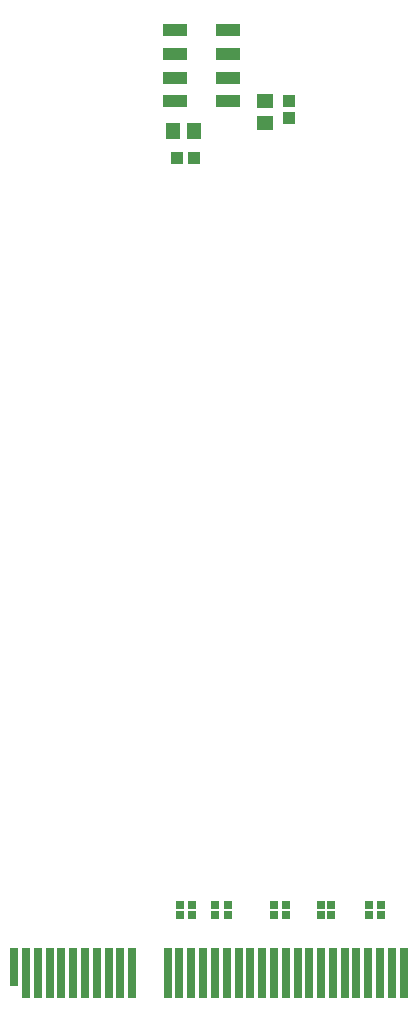
<source format=gbp>
%FSTAX23Y23*%
%MOIN*%
%SFA1B1*%

%IPPOS*%
%ADD26R,0.028000X0.165000*%
%ADD27R,0.028000X0.126000*%
%ADD33R,0.057090X0.045280*%
%ADD35R,0.041340X0.043310*%
%ADD37R,0.043310X0.041340*%
%ADD77R,0.045280X0.057090*%
%ADD81R,0.082870X0.044090*%
%ADD184R,0.025200X0.026770*%
%LNtimingcard_pcb-1*%
%LPD*%
G54D26*
X01915Y00137D03*
X02545D03*
X02624D03*
X02899D03*
X03057D03*
X02742D03*
X02938D03*
X02781D03*
X02309D03*
X02427D03*
X02584D03*
X02072D03*
X02033D03*
X01994D03*
X01954D03*
X0219D03*
X02348D03*
X02387D03*
X02466D03*
X02505D03*
X0282D03*
X02663D03*
X0286D03*
X02978D03*
X03017D03*
X02702D03*
X02112D03*
X02151D03*
X01836D03*
X01875D03*
X03096D03*
G54D27*
X01797Y00157D03*
G54D33*
X02632Y03042D03*
Y02971D03*
G54D35*
X02341Y02854D03*
X02396D03*
G54D37*
X02712Y03043D03*
Y02988D03*
G54D77*
X02327Y02944D03*
X02398D03*
G54D81*
X02334Y03279D03*
Y032D03*
Y03121D03*
Y03042D03*
X02509Y03279D03*
Y03121D03*
Y032D03*
Y03042D03*
G54D184*
X02349Y00362D03*
Y00329D03*
X02389D03*
Y00362D03*
X02468D03*
Y00329D03*
X02511D03*
Y00362D03*
X02664Y00329D03*
Y00362D03*
X02704Y00329D03*
Y00362D03*
X02819Y00329D03*
Y00362D03*
X02854D03*
Y00329D03*
X02979D03*
Y00362D03*
X03019Y00329D03*
Y00362D03*
M02*
</source>
